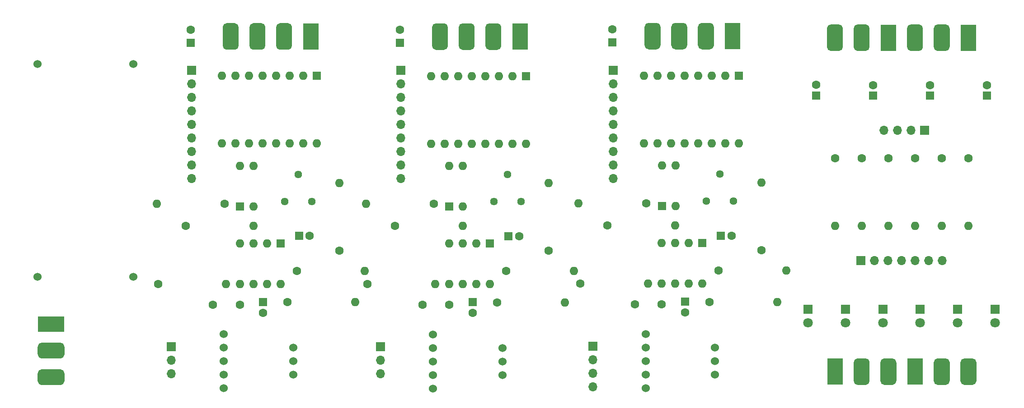
<source format=gbr>
%TF.GenerationSoftware,KiCad,Pcbnew,(5.1.9)-1*%
%TF.CreationDate,2021-04-02T10:28:53-03:00*%
%TF.ProjectId,BTIBR-PCB,42544942-522d-4504-9342-2e6b69636164,rev?*%
%TF.SameCoordinates,Original*%
%TF.FileFunction,Soldermask,Bot*%
%TF.FilePolarity,Negative*%
%FSLAX46Y46*%
G04 Gerber Fmt 4.6, Leading zero omitted, Abs format (unit mm)*
G04 Created by KiCad (PCBNEW (5.1.9)-1) date 2021-04-02 10:28:53*
%MOMM*%
%LPD*%
G01*
G04 APERTURE LIST*
%ADD10R,1.600000X1.600000*%
%ADD11O,1.600000X1.600000*%
%ADD12C,1.524000*%
%ADD13C,1.440000*%
%ADD14C,1.600000*%
%ADD15R,3.000000X5.000000*%
%ADD16C,1.800000*%
%ADD17R,1.800000X1.800000*%
%ADD18O,1.700000X1.700000*%
%ADD19R,1.700000X1.700000*%
%ADD20R,5.000000X3.000000*%
G04 APERTURE END LIST*
D10*
%TO.C,U13*%
X114580000Y-64412000D03*
D11*
X96800000Y-77112000D03*
X112040000Y-64412000D03*
X99340000Y-77112000D03*
X109500000Y-64412000D03*
X101880000Y-77112000D03*
X106960000Y-64412000D03*
X104420000Y-77112000D03*
X104420000Y-64412000D03*
X106960000Y-77112000D03*
X101880000Y-64412000D03*
X109500000Y-77112000D03*
X99340000Y-64412000D03*
X112040000Y-77112000D03*
X96800000Y-64412000D03*
X114580000Y-77112000D03*
%TD*%
D12*
%TO.C,U11*%
X97130000Y-123082000D03*
X97130000Y-112922000D03*
X97130000Y-115462000D03*
X110130000Y-115462000D03*
X97130000Y-118002000D03*
X97130000Y-120542000D03*
X110130000Y-118002000D03*
X110130000Y-120542000D03*
%TD*%
%TO.C,U2*%
X176172000Y-123012000D03*
X176172000Y-112852000D03*
X176172000Y-115392000D03*
X189172000Y-115392000D03*
X176172000Y-117932000D03*
X176172000Y-120472000D03*
X189172000Y-117932000D03*
X189172000Y-120472000D03*
%TD*%
%TO.C,U7*%
X136342000Y-123102000D03*
X136342000Y-112942000D03*
X136342000Y-115482000D03*
X149342000Y-115482000D03*
X136342000Y-118022000D03*
X136342000Y-120562000D03*
X149342000Y-118022000D03*
X149342000Y-120562000D03*
%TD*%
D13*
%TO.C,RV2*%
X152822000Y-88002000D03*
X150282000Y-82922000D03*
X147742000Y-88002000D03*
%TD*%
D11*
%TO.C,R7*%
X123802000Y-88412000D03*
D14*
X136502000Y-88412000D03*
%TD*%
%TO.C,R8*%
X124092000Y-103502000D03*
D11*
X136792000Y-103502000D03*
%TD*%
D14*
%TO.C,R12*%
X158042000Y-97232000D03*
D11*
X158042000Y-84532000D03*
%TD*%
D14*
%TO.C,R9*%
X129192000Y-92582000D03*
D11*
X141892000Y-92582000D03*
%TD*%
D10*
%TO.C,U6*%
X139422000Y-88952000D03*
D11*
X141962000Y-81332000D03*
X141962000Y-88952000D03*
X139422000Y-81332000D03*
%TD*%
%TO.C,R11*%
X161022000Y-106932000D03*
D14*
X148322000Y-106932000D03*
%TD*%
D11*
%TO.C,R10*%
X162732000Y-101022000D03*
D14*
X150032000Y-101022000D03*
%TD*%
D10*
%TO.C,U8*%
X146972000Y-95882000D03*
D11*
X139352000Y-103502000D03*
X144432000Y-95882000D03*
X141892000Y-103502000D03*
X141892000Y-95882000D03*
X144432000Y-103502000D03*
X139352000Y-95882000D03*
X146972000Y-103502000D03*
%TD*%
D10*
%TO.C,U9*%
X153792000Y-64432000D03*
D11*
X136012000Y-77132000D03*
X151252000Y-64432000D03*
X138552000Y-77132000D03*
X148712000Y-64432000D03*
X141092000Y-77132000D03*
X146172000Y-64432000D03*
X143632000Y-77132000D03*
X143632000Y-64432000D03*
X146172000Y-77132000D03*
X141092000Y-64432000D03*
X148712000Y-77132000D03*
X138552000Y-64432000D03*
X151252000Y-77132000D03*
X136012000Y-64432000D03*
X153792000Y-77132000D03*
%TD*%
D15*
%TO.C,J9*%
X152652000Y-57022000D03*
G36*
G01*
X149152000Y-55272000D02*
X149152000Y-58772000D01*
G75*
G02*
X148402000Y-59522000I-750000J0D01*
G01*
X146902000Y-59522000D01*
G75*
G02*
X146152000Y-58772000I0J750000D01*
G01*
X146152000Y-55272000D01*
G75*
G02*
X146902000Y-54522000I750000J0D01*
G01*
X148402000Y-54522000D01*
G75*
G02*
X149152000Y-55272000I0J-750000D01*
G01*
G37*
G36*
G01*
X144152000Y-55272000D02*
X144152000Y-58772000D01*
G75*
G02*
X143402000Y-59522000I-750000J0D01*
G01*
X141902000Y-59522000D01*
G75*
G02*
X141152000Y-58772000I0J750000D01*
G01*
X141152000Y-55272000D01*
G75*
G02*
X141902000Y-54522000I750000J0D01*
G01*
X143402000Y-54522000D01*
G75*
G02*
X144152000Y-55272000I0J-750000D01*
G01*
G37*
G36*
G01*
X139152000Y-55272000D02*
X139152000Y-58772000D01*
G75*
G02*
X138402000Y-59522000I-750000J0D01*
G01*
X136902000Y-59522000D01*
G75*
G02*
X136152000Y-58772000I0J750000D01*
G01*
X136152000Y-55272000D01*
G75*
G02*
X136902000Y-54522000I750000J0D01*
G01*
X138402000Y-54522000D01*
G75*
G02*
X139152000Y-55272000I0J-750000D01*
G01*
G37*
%TD*%
D14*
%TO.C,C11*%
X143742000Y-108912000D03*
D10*
X143742000Y-106912000D03*
%TD*%
D14*
%TO.C,C12*%
X139352000Y-107382000D03*
X134352000Y-107382000D03*
%TD*%
%TO.C,C9*%
X152462000Y-94482000D03*
D10*
X150462000Y-94482000D03*
%TD*%
%TO.C,C5*%
X130142000Y-58222000D03*
D14*
X130142000Y-55722000D03*
%TD*%
D13*
%TO.C,RV1*%
X192652000Y-87912000D03*
X190112000Y-82832000D03*
X187572000Y-87912000D03*
%TD*%
D10*
%TO.C,C1*%
X169972000Y-58132000D03*
D14*
X169972000Y-55632000D03*
%TD*%
D10*
%TO.C,C2*%
X190292000Y-94392000D03*
D14*
X192292000Y-94392000D03*
%TD*%
D10*
%TO.C,C3*%
X183572000Y-106822000D03*
D14*
X183572000Y-108822000D03*
%TD*%
%TO.C,C4*%
X179182000Y-107292000D03*
X174182000Y-107292000D03*
%TD*%
D10*
%TO.C,C6*%
X208150000Y-68110000D03*
D14*
X208150000Y-66110000D03*
%TD*%
D10*
%TO.C,C7*%
X218800000Y-68120000D03*
D14*
X218800000Y-66120000D03*
%TD*%
%TO.C,C8*%
X229470000Y-66130000D03*
D10*
X229470000Y-68130000D03*
%TD*%
%TO.C,C10*%
X240120000Y-68120000D03*
D14*
X240120000Y-66120000D03*
%TD*%
D10*
%TO.C,C13*%
X90930000Y-58202000D03*
D14*
X90930000Y-55702000D03*
%TD*%
D16*
%TO.C,D1*%
X206620000Y-110810000D03*
D17*
X206620000Y-108270000D03*
%TD*%
D16*
%TO.C,D2*%
X213620000Y-110810000D03*
D17*
X213620000Y-108270000D03*
%TD*%
%TO.C,D3*%
X220620000Y-108270000D03*
D16*
X220620000Y-110810000D03*
%TD*%
%TO.C,D4*%
X227620000Y-110810000D03*
D17*
X227620000Y-108270000D03*
%TD*%
%TO.C,D5*%
X234620000Y-108270000D03*
D16*
X234620000Y-110810000D03*
%TD*%
D17*
%TO.C,D6*%
X241620000Y-108270000D03*
D16*
X241620000Y-110810000D03*
%TD*%
D18*
%TO.C,J7*%
X220790000Y-74660000D03*
X223330000Y-74660000D03*
X225870000Y-74660000D03*
D19*
X228410000Y-74660000D03*
%TD*%
%TO.C,J15*%
X216540000Y-99100000D03*
D18*
X219080000Y-99100000D03*
X221620000Y-99100000D03*
X224160000Y-99100000D03*
X226700000Y-99100000D03*
X229240000Y-99100000D03*
X231780000Y-99100000D03*
%TD*%
D14*
%TO.C,R14*%
X211650000Y-79900000D03*
D11*
X211650000Y-92600000D03*
%TD*%
%TO.C,R1*%
X163632000Y-88322000D03*
D14*
X176332000Y-88322000D03*
%TD*%
%TO.C,R2*%
X163922000Y-103412000D03*
D11*
X176622000Y-103412000D03*
%TD*%
D14*
%TO.C,R3*%
X169022000Y-92492000D03*
D11*
X181722000Y-92492000D03*
%TD*%
%TO.C,R4*%
X202562000Y-100952000D03*
D14*
X189862000Y-100952000D03*
%TD*%
D11*
%TO.C,R5*%
X200852000Y-106842000D03*
D14*
X188152000Y-106842000D03*
%TD*%
%TO.C,R6*%
X197872000Y-97142000D03*
D11*
X197872000Y-84442000D03*
%TD*%
%TO.C,R17*%
X216650000Y-92600000D03*
D14*
X216650000Y-79900000D03*
%TD*%
%TO.C,R19*%
X221650000Y-79900000D03*
D11*
X221650000Y-92600000D03*
%TD*%
%TO.C,R22*%
X226650000Y-92600000D03*
D14*
X226650000Y-79900000D03*
%TD*%
%TO.C,R23*%
X231650000Y-79900000D03*
D11*
X231650000Y-92600000D03*
%TD*%
%TO.C,R24*%
X236650000Y-92600000D03*
D14*
X236650000Y-79900000D03*
%TD*%
D10*
%TO.C,U1*%
X179252000Y-88862000D03*
D11*
X181792000Y-81242000D03*
X181792000Y-88862000D03*
X179252000Y-81242000D03*
%TD*%
%TO.C,U3*%
X186802000Y-103412000D03*
X179182000Y-95792000D03*
X184262000Y-103412000D03*
X181722000Y-95792000D03*
X181722000Y-103412000D03*
X184262000Y-95792000D03*
X179182000Y-103412000D03*
D10*
X186802000Y-95792000D03*
%TD*%
D15*
%TO.C,J4*%
X192482000Y-56932000D03*
G36*
G01*
X188982000Y-55182000D02*
X188982000Y-58682000D01*
G75*
G02*
X188232000Y-59432000I-750000J0D01*
G01*
X186732000Y-59432000D01*
G75*
G02*
X185982000Y-58682000I0J750000D01*
G01*
X185982000Y-55182000D01*
G75*
G02*
X186732000Y-54432000I750000J0D01*
G01*
X188232000Y-54432000D01*
G75*
G02*
X188982000Y-55182000I0J-750000D01*
G01*
G37*
G36*
G01*
X183982000Y-55182000D02*
X183982000Y-58682000D01*
G75*
G02*
X183232000Y-59432000I-750000J0D01*
G01*
X181732000Y-59432000D01*
G75*
G02*
X180982000Y-58682000I0J750000D01*
G01*
X180982000Y-55182000D01*
G75*
G02*
X181732000Y-54432000I750000J0D01*
G01*
X183232000Y-54432000D01*
G75*
G02*
X183982000Y-55182000I0J-750000D01*
G01*
G37*
G36*
G01*
X178982000Y-55182000D02*
X178982000Y-58682000D01*
G75*
G02*
X178232000Y-59432000I-750000J0D01*
G01*
X176732000Y-59432000D01*
G75*
G02*
X175982000Y-58682000I0J750000D01*
G01*
X175982000Y-55182000D01*
G75*
G02*
X176732000Y-54432000I750000J0D01*
G01*
X178232000Y-54432000D01*
G75*
G02*
X178982000Y-55182000I0J-750000D01*
G01*
G37*
%TD*%
%TO.C,J6*%
G36*
G01*
X213150000Y-55480000D02*
X213150000Y-58980000D01*
G75*
G02*
X212400000Y-59730000I-750000J0D01*
G01*
X210900000Y-59730000D01*
G75*
G02*
X210150000Y-58980000I0J750000D01*
G01*
X210150000Y-55480000D01*
G75*
G02*
X210900000Y-54730000I750000J0D01*
G01*
X212400000Y-54730000D01*
G75*
G02*
X213150000Y-55480000I0J-750000D01*
G01*
G37*
G36*
G01*
X218150000Y-55480000D02*
X218150000Y-58980000D01*
G75*
G02*
X217400000Y-59730000I-750000J0D01*
G01*
X215900000Y-59730000D01*
G75*
G02*
X215150000Y-58980000I0J750000D01*
G01*
X215150000Y-55480000D01*
G75*
G02*
X215900000Y-54730000I750000J0D01*
G01*
X217400000Y-54730000D01*
G75*
G02*
X218150000Y-55480000I0J-750000D01*
G01*
G37*
X221650000Y-57230000D03*
%TD*%
%TO.C,J10*%
X236650000Y-57230000D03*
G36*
G01*
X233150000Y-55480000D02*
X233150000Y-58980000D01*
G75*
G02*
X232400000Y-59730000I-750000J0D01*
G01*
X230900000Y-59730000D01*
G75*
G02*
X230150000Y-58980000I0J750000D01*
G01*
X230150000Y-55480000D01*
G75*
G02*
X230900000Y-54730000I750000J0D01*
G01*
X232400000Y-54730000D01*
G75*
G02*
X233150000Y-55480000I0J-750000D01*
G01*
G37*
G36*
G01*
X228150000Y-55480000D02*
X228150000Y-58980000D01*
G75*
G02*
X227400000Y-59730000I-750000J0D01*
G01*
X225900000Y-59730000D01*
G75*
G02*
X225150000Y-58980000I0J750000D01*
G01*
X225150000Y-55480000D01*
G75*
G02*
X225900000Y-54730000I750000J0D01*
G01*
X227400000Y-54730000D01*
G75*
G02*
X228150000Y-55480000I0J-750000D01*
G01*
G37*
%TD*%
%TO.C,J12*%
G36*
G01*
X220160000Y-121700000D02*
X220160000Y-118200000D01*
G75*
G02*
X220910000Y-117450000I750000J0D01*
G01*
X222410000Y-117450000D01*
G75*
G02*
X223160000Y-118200000I0J-750000D01*
G01*
X223160000Y-121700000D01*
G75*
G02*
X222410000Y-122450000I-750000J0D01*
G01*
X220910000Y-122450000D01*
G75*
G02*
X220160000Y-121700000I0J750000D01*
G01*
G37*
G36*
G01*
X215160000Y-121700000D02*
X215160000Y-118200000D01*
G75*
G02*
X215910000Y-117450000I750000J0D01*
G01*
X217410000Y-117450000D01*
G75*
G02*
X218160000Y-118200000I0J-750000D01*
G01*
X218160000Y-121700000D01*
G75*
G02*
X217410000Y-122450000I-750000J0D01*
G01*
X215910000Y-122450000D01*
G75*
G02*
X215160000Y-121700000I0J750000D01*
G01*
G37*
X211660000Y-119950000D03*
%TD*%
%TO.C,J14*%
X113440000Y-57002000D03*
G36*
G01*
X109940000Y-55252000D02*
X109940000Y-58752000D01*
G75*
G02*
X109190000Y-59502000I-750000J0D01*
G01*
X107690000Y-59502000D01*
G75*
G02*
X106940000Y-58752000I0J750000D01*
G01*
X106940000Y-55252000D01*
G75*
G02*
X107690000Y-54502000I750000J0D01*
G01*
X109190000Y-54502000D01*
G75*
G02*
X109940000Y-55252000I0J-750000D01*
G01*
G37*
G36*
G01*
X104940000Y-55252000D02*
X104940000Y-58752000D01*
G75*
G02*
X104190000Y-59502000I-750000J0D01*
G01*
X102690000Y-59502000D01*
G75*
G02*
X101940000Y-58752000I0J750000D01*
G01*
X101940000Y-55252000D01*
G75*
G02*
X102690000Y-54502000I750000J0D01*
G01*
X104190000Y-54502000D01*
G75*
G02*
X104940000Y-55252000I0J-750000D01*
G01*
G37*
G36*
G01*
X99940000Y-55252000D02*
X99940000Y-58752000D01*
G75*
G02*
X99190000Y-59502000I-750000J0D01*
G01*
X97690000Y-59502000D01*
G75*
G02*
X96940000Y-58752000I0J750000D01*
G01*
X96940000Y-55252000D01*
G75*
G02*
X97690000Y-54502000I750000J0D01*
G01*
X99190000Y-54502000D01*
G75*
G02*
X99940000Y-55252000I0J-750000D01*
G01*
G37*
%TD*%
%TO.C,J16*%
X226660000Y-119950000D03*
G36*
G01*
X230160000Y-121700000D02*
X230160000Y-118200000D01*
G75*
G02*
X230910000Y-117450000I750000J0D01*
G01*
X232410000Y-117450000D01*
G75*
G02*
X233160000Y-118200000I0J-750000D01*
G01*
X233160000Y-121700000D01*
G75*
G02*
X232410000Y-122450000I-750000J0D01*
G01*
X230910000Y-122450000D01*
G75*
G02*
X230160000Y-121700000I0J750000D01*
G01*
G37*
G36*
G01*
X235160000Y-121700000D02*
X235160000Y-118200000D01*
G75*
G02*
X235910000Y-117450000I750000J0D01*
G01*
X237410000Y-117450000D01*
G75*
G02*
X238160000Y-118200000I0J-750000D01*
G01*
X238160000Y-121700000D01*
G75*
G02*
X237410000Y-122450000I-750000J0D01*
G01*
X235910000Y-122450000D01*
G75*
G02*
X235160000Y-121700000I0J750000D01*
G01*
G37*
%TD*%
D20*
%TO.C,J1*%
X64790000Y-110990000D03*
G36*
G01*
X63040000Y-114490000D02*
X66540000Y-114490000D01*
G75*
G02*
X67290000Y-115240000I0J-750000D01*
G01*
X67290000Y-116740000D01*
G75*
G02*
X66540000Y-117490000I-750000J0D01*
G01*
X63040000Y-117490000D01*
G75*
G02*
X62290000Y-116740000I0J750000D01*
G01*
X62290000Y-115240000D01*
G75*
G02*
X63040000Y-114490000I750000J0D01*
G01*
G37*
G36*
G01*
X63040000Y-119490000D02*
X66540000Y-119490000D01*
G75*
G02*
X67290000Y-120240000I0J-750000D01*
G01*
X67290000Y-121740000D01*
G75*
G02*
X66540000Y-122490000I-750000J0D01*
G01*
X63040000Y-122490000D01*
G75*
G02*
X62290000Y-121740000I0J750000D01*
G01*
X62290000Y-120240000D01*
G75*
G02*
X63040000Y-119490000I750000J0D01*
G01*
G37*
%TD*%
D10*
%TO.C,U4*%
X193622000Y-64342000D03*
D11*
X175842000Y-77042000D03*
X191082000Y-64342000D03*
X178382000Y-77042000D03*
X188542000Y-64342000D03*
X180922000Y-77042000D03*
X186002000Y-64342000D03*
X183462000Y-77042000D03*
X183462000Y-64342000D03*
X186002000Y-77042000D03*
X180922000Y-64342000D03*
X188542000Y-77042000D03*
X178382000Y-64342000D03*
X191082000Y-77042000D03*
X175842000Y-64342000D03*
X193622000Y-77042000D03*
%TD*%
D12*
%TO.C,U5*%
X62220000Y-102160000D03*
X80220000Y-102160000D03*
X62220000Y-62160000D03*
X80220000Y-62160000D03*
%TD*%
D14*
%TO.C,C14*%
X113250000Y-94462000D03*
D10*
X111250000Y-94462000D03*
%TD*%
%TO.C,C15*%
X104530000Y-106892000D03*
D14*
X104530000Y-108892000D03*
%TD*%
%TO.C,C16*%
X95140000Y-107362000D03*
X100140000Y-107362000D03*
%TD*%
%TO.C,R13*%
X97290000Y-88392000D03*
D11*
X84590000Y-88392000D03*
%TD*%
D14*
%TO.C,R15*%
X84880000Y-103482000D03*
D11*
X97580000Y-103482000D03*
%TD*%
%TO.C,R16*%
X102680000Y-92562000D03*
D14*
X89980000Y-92562000D03*
%TD*%
D11*
%TO.C,R18*%
X123520000Y-101022000D03*
D14*
X110820000Y-101022000D03*
%TD*%
D11*
%TO.C,R20*%
X121810000Y-106912000D03*
D14*
X109110000Y-106912000D03*
%TD*%
%TO.C,R21*%
X118830000Y-97212000D03*
D11*
X118830000Y-84512000D03*
%TD*%
D13*
%TO.C,RV3*%
X113610000Y-87982000D03*
X111070000Y-82902000D03*
X108530000Y-87982000D03*
%TD*%
D11*
%TO.C,U10*%
X100210000Y-81312000D03*
X102750000Y-88932000D03*
X102750000Y-81312000D03*
D10*
X100210000Y-88932000D03*
%TD*%
D11*
%TO.C,U12*%
X107760000Y-103482000D03*
X100140000Y-95862000D03*
X105220000Y-103482000D03*
X102680000Y-95862000D03*
X102680000Y-103482000D03*
X105220000Y-95862000D03*
X100140000Y-103482000D03*
D10*
X107760000Y-95862000D03*
%TD*%
D19*
%TO.C,J5*%
X126492000Y-115292000D03*
D18*
X126492000Y-117832000D03*
X126492000Y-120372000D03*
%TD*%
%TO.C,J8*%
X130302000Y-83702000D03*
X130302000Y-81162000D03*
X130302000Y-78622000D03*
X130302000Y-76082000D03*
X130302000Y-73542000D03*
X130302000Y-71002000D03*
X130302000Y-68462000D03*
X130302000Y-65922000D03*
D19*
X130302000Y-63382000D03*
%TD*%
D18*
%TO.C,J11*%
X87280000Y-120352000D03*
X87280000Y-117812000D03*
D19*
X87280000Y-115272000D03*
%TD*%
%TO.C,J13*%
X91090000Y-63362000D03*
D18*
X91090000Y-65902000D03*
X91090000Y-68442000D03*
X91090000Y-70982000D03*
X91090000Y-73522000D03*
X91090000Y-76062000D03*
X91090000Y-78602000D03*
X91090000Y-81142000D03*
X91090000Y-83682000D03*
%TD*%
D19*
%TO.C,J2*%
X166322000Y-115202000D03*
D18*
X166322000Y-117742000D03*
X166322000Y-120282000D03*
X166322000Y-122822000D03*
%TD*%
D19*
%TO.C,J3*%
X170132000Y-63382000D03*
D18*
X170132000Y-65922000D03*
X170132000Y-68462000D03*
X170132000Y-71002000D03*
X170132000Y-73542000D03*
X170132000Y-76082000D03*
X170132000Y-78622000D03*
X170132000Y-81162000D03*
X170132000Y-83702000D03*
%TD*%
M02*

</source>
